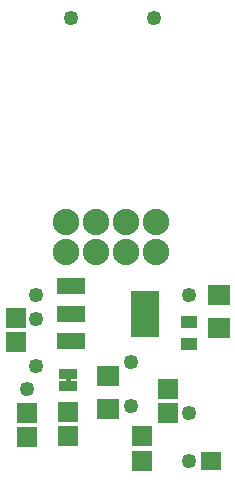
<source format=gbs>
%ASAXBY*%
%FSLAX23Y23*%
%MOIN*%
%OFA0B0*%
%SFA1.0B1.0*%
%ADD10C,0.049370*%
%ADD11C,0.088000*%
%ADD12R,0.060000X0.035000*%
%ADD13R,0.072992X0.065118*%
%ADD14R,0.035000X0.060000*%
%ADD15R,0.098000X0.058000*%
%ADD16R,0.096614X0.151732*%
%ADD17R,0.069055X0.065118*%
%ADD18R,0.057244X0.041496*%
%ADD19C,0.018000*%
%LNMASK0*%
G90*
G70*
G54D10*
X488Y558D03*
X488Y703D03*
X566Y1849D03*
X290Y1849D03*
G54D11*
X271Y1071D03*
X371Y1071D03*
X471Y1071D03*
X571Y1071D03*
X271Y1071D03*
X371Y1071D03*
X471Y1071D03*
X571Y1071D03*
X571Y1171D03*
X471Y1171D03*
X371Y1171D03*
X271Y1171D03*
G54D10*
X171Y925D03*
X141Y612D03*
X171Y689D03*
X683Y374D03*
X683Y532D03*
X683Y925D03*
X171Y847D03*
G54D12*
X278Y664D03*
X278Y624D03*
G54D13*
X782Y817D03*
X782Y927D03*
X412Y545D03*
X412Y656D03*
G54D14*
X773Y374D03*
X738Y374D03*
G54D15*
X290Y773D03*
X290Y864D03*
X290Y955D03*
G54D16*
X534Y864D03*
G54D17*
X141Y534D03*
X141Y453D03*
X105Y850D03*
X105Y770D03*
G54D18*
X683Y835D03*
X683Y764D03*
G54D17*
X525Y455D03*
X525Y374D03*
X612Y612D03*
X612Y532D03*
X278Y536D03*
X278Y455D03*
G54D19*
X278Y659D02*
X278Y629D01*
G04 End of Mask0*
M02*
</source>
